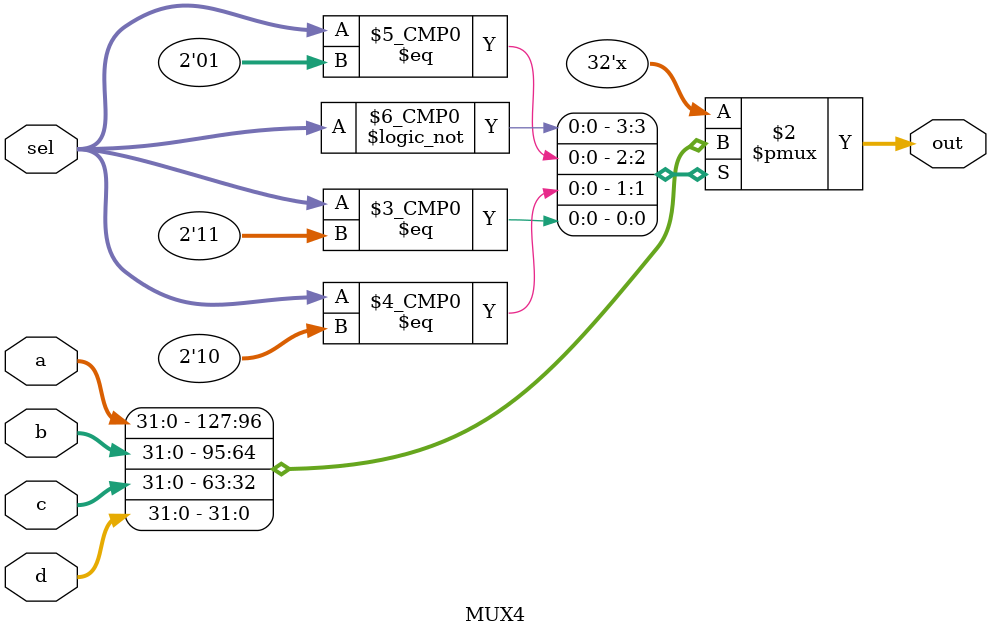
<source format=v>
`timescale 1ns / 1ps


module MUX4(
    input [31:0] a,
    input [31:0] b,
    input [31:0] c,
    input [31:0] d,
    input [1:0] sel,
    output reg [31:0] out
    );
    always@(*)
    begin
        case(sel)
            2'b00: out=a;
            2'b01: out=b;
            2'b10: out=c;
            2'b11: out=d;
        endcase
    end
endmodule

</source>
